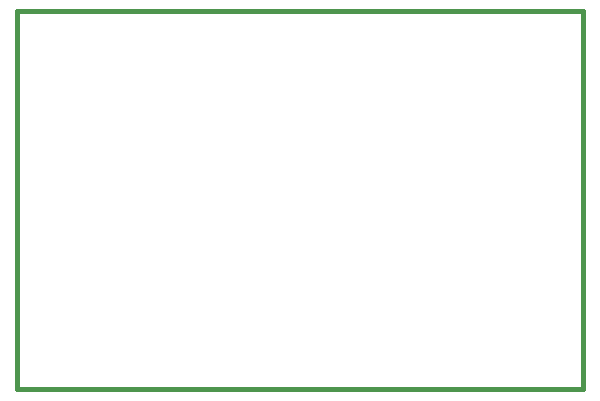
<source format=gbr>
G04 (created by PCBNEW-RS274X (2012-01-19 BZR 3256)-stable) date Wed 26 Sep 2012 03:22:15 PM NZST*
G01*
G70*
G90*
%MOIN*%
G04 Gerber Fmt 3.4, Leading zero omitted, Abs format*
%FSLAX34Y34*%
G04 APERTURE LIST*
%ADD10C,0.006000*%
%ADD11C,0.015000*%
G04 APERTURE END LIST*
G54D10*
G54D11*
X48886Y-19996D02*
X29988Y-19996D01*
X48886Y-32594D02*
X48886Y-19996D01*
X29988Y-32594D02*
X48886Y-32594D01*
X29988Y-19996D02*
X29988Y-32594D01*
M02*

</source>
